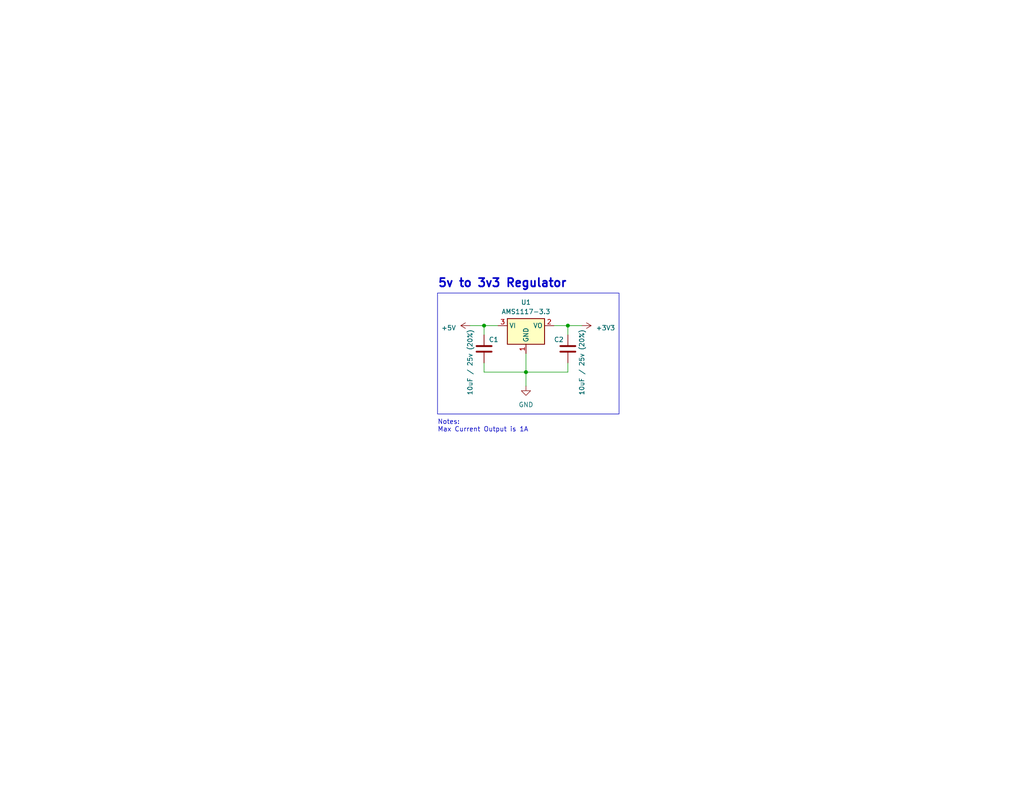
<source format=kicad_sch>
(kicad_sch (version 20230121) (generator eeschema)
  (paper "USLetter")
  (title_block (title "Kwartzlab Environmental Sensor") (date "2023-04-20") (rev "3") (company "Created By: Erin Reed (FireLabs - www.firelabs.ca)"))
  (lib_symbols
    (symbol "Device:C" (pin_numbers hide) (pin_names (offset 0.254))
      (property "Reference" "C" (at 0.635 2.54 0))
      (property "Value" "C" (at 0.635 -2.54 0))
      (symbol "C_0_1"
        (polyline (pts (xy -2.032 -0.762) (xy 2.032 -0.762)) (stroke (width 0.508)))
        (polyline (pts (xy -2.032 0.762) (xy 2.032 0.762)) (stroke (width 0.508)))
      )
      (symbol "C_1_1"
        (pin passive line (at 0 3.81 270) (length 2.794) (name "~") (number "1"))
        (pin passive line (at 0 -3.81 90) (length 2.794) (name "~") (number "2"))
      )
    )
    (symbol "Regulator_Linear:AMS1117-3.3"
      (property "Reference" "U" (at -3.81 3.175 0))
      (property "Value" "AMS1117-3.3" (at 0 3.175 0))
      (symbol "AMS1117-3.3_0_1"
        (rectangle (start -5.08 -5.08) (end 5.08 1.905) (stroke (width 0.254)) (fill (type background)))
      )
      (symbol "AMS1117-3.3_1_1"
        (pin power_in line (at 0 -7.62 90) (length 2.54) (name "GND") (number "1"))
        (pin power_out line (at 7.62 0 180) (length 2.54) (name "VO") (number "2"))
        (pin power_in line (at -7.62 0 0) (length 2.54) (name "VI") (number "3"))
      )
    )
    (symbol "power:+3V3" (power) (pin_names (offset 0))
      (property "Value" "+3V3" (at 0 3.556 0))
      (symbol "+3V3_0_1"
        (polyline (pts (xy -0.762 1.27) (xy 0 2.54)))
        (polyline (pts (xy 0 0) (xy 0 2.54)))
        (polyline (pts (xy 0 2.54) (xy 0.762 1.27)))
      )
      (symbol "+3V3_1_1"
        (pin power_in line (at 0 0 90) (length 0) hide (name "+3V3") (number "1"))
      )
    )
    (symbol "power:+5V" (power) (pin_names (offset 0))
      (property "Value" "+5V" (at 0 3.556 0))
      (symbol "+5V_0_1"
        (polyline (pts (xy -0.762 1.27) (xy 0 2.54)))
        (polyline (pts (xy 0 0) (xy 0 2.54)))
        (polyline (pts (xy 0 2.54) (xy 0.762 1.27)))
      )
      (symbol "+5V_1_1"
        (pin power_in line (at 0 0 90) (length 0) hide (name "+5V") (number "1"))
      )
    )
    (symbol "power:GND" (power) (pin_names (offset 0))
      (property "Value" "GND" (at 0 -3.81 0))
      (symbol "GND_0_1"
        (polyline (pts (xy 0 0) (xy 0 -1.27) (xy 1.27 -1.27) (xy 0 -2.54) (xy -1.27 -1.27) (xy 0 -1.27)))
      )
      (symbol "GND_1_1"
        (pin power_in line (at 0 0 270) (length 0) hide (name "GND") (number "1"))
      )
    )
  )
  (junction (at 154.94 88.9))
  (junction (at 132.08 88.9))
  (junction (at 143.51 101.6))
  (wire (pts (xy 154.94 101.6) (xy 143.51 101.6)))
  (wire (pts (xy 154.94 99.06) (xy 154.94 101.6)))
  (wire (pts (xy 143.51 96.52) (xy 143.51 101.6)))
  (wire (pts (xy 154.94 88.9) (xy 158.75 88.9)))
  (wire (pts (xy 128.27 88.9) (xy 132.08 88.9)))
  (wire (pts (xy 132.08 88.9) (xy 135.89 88.9)))
  (wire (pts (xy 132.08 88.9) (xy 132.08 91.44)))
  (wire (pts (xy 154.94 88.9) (xy 154.94 91.44)))
  (wire (pts (xy 132.08 99.06) (xy 132.08 101.6)))
  (wire (pts (xy 151.13 88.9) (xy 154.94 88.9)))
  (wire (pts (xy 143.51 101.6) (xy 143.51 105.41)))
  (wire (pts (xy 143.51 101.6) (xy 132.08 101.6)))
  (rectangle (start 119.38 80.01) (end 168.91 113.03))
  (text "5v to 3v3 Regulator" (at 119.38 78.74 0) (effects (font (size 2.27 2.27) (thickness 0.454) bold) (justify left bottom)))
  (text "Notes:\nMax Current Output is 1A" (at 119.38 118.11 0) (effects (font (size 1.27 1.27)) (justify left bottom)))
  (symbol (lib_id "power:+5V") (at 128.27 88.9 90) (unit 1)
    (property "Reference" "#PWR03" (effects hide))
    (property "Value" "+5V" (at 124.46 89.535 90) (effects (justify left)))
  )
  (symbol (lib_id "Device:C") (at 154.94 95.25 0) (unit 1)
    (property "Reference" "C2" (at 151.13 92.71 0) (effects (justify left)))
    (property "Value" "10uF / 25v (20%)" (at 158.75 107.95 90) (effects (justify left)))
    (property "Footprint" "Capacitor_SMD:C_0603_1608Metric" (effects hide))
    (property "DigiKey" "1276-1869-1-ND" (effects hide))
  )
  (symbol (lib_id "power:+3V3") (at 158.75 88.9 270) (unit 1)
    (property "Reference" "#PWR02" (effects hide))
    (property "Value" "+3V3" (at 162.56 89.535 90) (effects (justify left)))
  )
  (symbol (lib_id "Device:C") (at 132.08 95.25 0) (unit 1)
    (property "Reference" "C1" (at 133.35 92.71 0) (effects (justify left)))
    (property "Value" "10uF / 25v (20%)" (at 128.27 107.95 90) (effects (justify left)))
    (property "Footprint" "Capacitor_SMD:C_0603_1608Metric" (effects hide))
    (property "DigiKey" "1276-1869-1-ND" (effects hide))
  )
  (symbol (lib_id "power:GND") (at 143.51 105.41 0) (unit 1)
    (property "Reference" "#PWR01" (effects hide))
    (property "Value" "GND" (at 143.51 110.49 0))
  )
  (symbol (lib_id "Regulator_Linear:AMS1117-3.3") (at 143.51 88.9 0) (unit 1)
    (property "Reference" "U1" (at 143.51 82.55 0))
    (property "Value" "AMS1117-3.3" (at 143.51 85.09 0))
    (property "Footprint" "Package_TO_SOT_SMD:SOT-223-3_TabPin2" (effects hide))
    (property "Datasheet" "https://media.digikey.com/pdf/Data%20Sheets/UTD%20Semi%20PDFs/AMS1117.pdf" (effects hide))
    (property "DigiKey" "4518-AMS1117CD-3.3CT-ND" (effects hide))
  )
)
</source>
